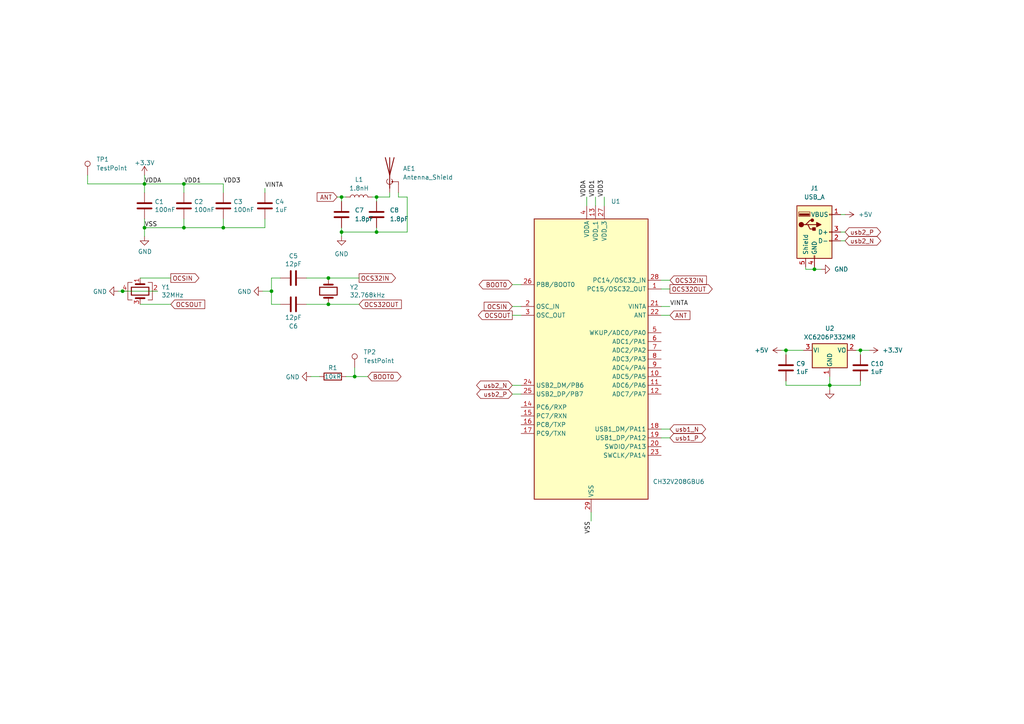
<source format=kicad_sch>
(kicad_sch (version 20230121) (generator eeschema)
  (paper "A4")
  (lib_symbols
    (symbol "+3.3V_1" (power) (pin_names (offset 0))
      (property "Value" "+3.3V_1" (at 0 3.556 0))
      (symbol "+3.3V_1_0_1"
        (polyline (pts (xy -0.762 1.27) (xy 0 2.54)))
        (polyline (pts (xy 0 0) (xy 0 2.54)))
        (polyline (pts (xy 0 2.54) (xy 0.762 1.27)))
      )
      (symbol "+3.3V_1_1_1"
        (pin power_in line (at 0 0 90) (length 0) hide (name "+3.3V") (number "1"))
      )
    )
    (symbol "+5V_5" (power) (pin_names (offset 0))
      (property "Value" "+5V_5" (at 0 3.556 0))
      (symbol "+5V_5_0_1"
        (polyline (pts (xy -0.762 1.27) (xy 0 2.54)))
        (polyline (pts (xy 0 0) (xy 0 2.54)))
        (polyline (pts (xy 0 2.54) (xy 0.762 1.27)))
      )
      (symbol "+5V_5_1_1"
        (pin power_in line (at 0 0 90) (length 0) hide (name "+5V") (number "1"))
      )
    )
    (symbol "+5V_6" (power) (pin_names (offset 0))
      (property "Value" "+5V_6" (at 0 3.556 0))
      (symbol "+5V_6_0_1"
        (polyline (pts (xy -0.762 1.27) (xy 0 2.54)))
        (polyline (pts (xy 0 0) (xy 0 2.54)))
        (polyline (pts (xy 0 2.54) (xy 0.762 1.27)))
      )
      (symbol "+5V_6_1_1"
        (pin power_in line (at 0 0 90) (length 0) hide (name "+5V") (number "1"))
      )
    )
    (symbol "Connector:TestPoint" (pin_numbers hide) (pin_names (offset 0.762) hide)
      (property "Reference" "TP" (at 0 6.858 0))
      (property "Value" "TestPoint" (at 0 5.08 0))
      (symbol "TestPoint_0_1"
        (circle (center 0 3.302) (radius 0.762))
      )
      (symbol "TestPoint_1_1"
        (pin passive line (at 0 0 90) (length 2.54) (name "1") (number "1"))
      )
    )
    (symbol "Connector:USB_A" (pin_names (offset 1.016))
      (property "Reference" "J" (at -5.08 11.43 0))
      (property "Value" "USB_A" (at -5.08 8.89 0))
      (symbol "USB_A_0_1"
        (rectangle (start -5.08 -7.62) (end 5.08 7.62) (stroke (width 0.254)) (fill (type background)))
        (circle (center -3.81 2.159) (radius 0.635) (stroke (width 0.254)) (fill (type outline)))
        (rectangle (start -1.524 4.826) (end -4.318 5.334) (fill (type outline)))
        (rectangle (start -1.27 4.572) (end -4.572 5.842))
        (circle (center -0.635 3.429) (radius 0.381) (stroke (width 0.254)) (fill (type outline)))
        (rectangle (start -0.127 -7.62) (end 0.127 -6.858))
        (polyline (pts (xy -3.175 2.159) (xy -2.54 2.159) (xy -1.27 3.429) (xy -0.635 3.429)) (stroke (width 0.254)))
        (polyline (pts (xy -2.54 2.159) (xy -1.905 2.159) (xy -1.27 0.889) (xy 0 0.889)) (stroke (width 0.254)))
        (polyline (pts (xy 0.635 2.794) (xy 0.635 1.524) (xy 1.905 2.159) (xy 0.635 2.794)) (stroke (width 0.254)) (fill (type outline)))
        (rectangle (start 0.254 1.27) (end -0.508 0.508) (stroke (width 0.254)) (fill (type outline)))
        (rectangle (start 5.08 -2.667) (end 4.318 -2.413))
        (rectangle (start 5.08 -0.127) (end 4.318 0.127))
        (rectangle (start 5.08 4.953) (end 4.318 5.207))
      )
      (symbol "USB_A_1_1"
        (polyline (pts (xy -1.905 2.159) (xy 0.635 2.159)) (stroke (width 0.254)))
        (pin power_in line (at 7.62 5.08 180) (length 2.54) (name "VBUS") (number "1"))
        (pin bidirectional line (at 7.62 -2.54 180) (length 2.54) (name "D-") (number "2"))
        (pin bidirectional line (at 7.62 0 180) (length 2.54) (name "D+") (number "3"))
        (pin power_in line (at 0 -10.16 90) (length 2.54) (name "GND") (number "4"))
        (pin passive line (at -2.54 -10.16 90) (length 2.54) (name "Shield") (number "5"))
      )
    )
    (symbol "Device:Antenna_Shield" (pin_numbers hide) (pin_names (offset 1.016) hide)
      (property "Reference" "AE" (at -1.905 4.445 0))
      (property "Value" "Antenna_Shield" (at -1.905 2.54 0))
      (symbol "Antenna_Shield_0_1"
        (arc (start -0.508 -1.143) (mid -0.8429 -2.1194) (end 0 -2.667))
        (arc (start 0 -2.667) (mid 0.7989 -2.1052) (end 0.508 -1.143))
        (polyline (pts (xy 0 -2.54) (xy 0 0)))
        (polyline (pts (xy 0 5.08) (xy 0 -3.81)) (stroke (width 0.254)))
        (polyline (pts (xy 0.762 -1.905) (xy 2.54 -1.905)))
        (polyline (pts (xy 2.54 -2.54) (xy 2.54 -1.905)))
        (polyline (pts (xy 1.27 5.08) (xy 0 0) (xy -1.27 5.08)) (stroke (width 0.254)))
        (circle (center 0.762 -1.905) (radius 0.1778) (fill (type outline)))
      )
      (symbol "Antenna_Shield_1_1"
        (pin input line (at 0 -5.08 90) (length 2.54) (name "A") (number "1"))
        (pin input line (at 2.54 -5.08 90) (length 2.54) (name "Shield") (number "2"))
      )
    )
    (symbol "Device:C" (pin_numbers hide) (pin_names (offset 0.254))
      (property "Reference" "C" (at 0.635 2.54 0))
      (property "Value" "C" (at 0.635 -2.54 0))
      (symbol "C_0_1"
        (polyline (pts (xy -2.032 -0.762) (xy 2.032 -0.762)) (stroke (width 0.508)))
        (polyline (pts (xy -2.032 0.762) (xy 2.032 0.762)) (stroke (width 0.508)))
      )
      (symbol "C_1_1"
        (pin passive line (at 0 3.81 270) (length 2.794) (name "~") (number "1"))
        (pin passive line (at 0 -3.81 90) (length 2.794) (name "~") (number "2"))
      )
    )
    (symbol "Device:Crystal" (pin_numbers hide) (pin_names (offset 1.016) hide)
      (property "Reference" "Y" (at 0 3.81 0))
      (property "Value" "Crystal" (at 0 -3.81 0))
      (symbol "Crystal_0_1"
        (rectangle (start -1.143 2.54) (end 1.143 -2.54) (stroke (width 0.3048)))
        (polyline (pts (xy -2.54 0) (xy -1.905 0)))
        (polyline (pts (xy -1.905 -1.27) (xy -1.905 1.27)) (stroke (width 0.508)))
        (polyline (pts (xy 1.905 -1.27) (xy 1.905 1.27)) (stroke (width 0.508)))
        (polyline (pts (xy 2.54 0) (xy 1.905 0)))
      )
      (symbol "Crystal_1_1"
        (pin passive line (at -3.81 0 0) (length 1.27) (name "1") (number "1"))
        (pin passive line (at 3.81 0 180) (length 1.27) (name "2") (number "2"))
      )
    )
    (symbol "Device:Crystal_GND24" (pin_names (offset 1.016) hide)
      (property "Reference" "Y" (at 3.175 5.08 0))
      (property "Value" "Crystal_GND24" (at 3.175 3.175 0))
      (symbol "Crystal_GND24_0_1"
        (rectangle (start -1.143 2.54) (end 1.143 -2.54) (stroke (width 0.3048)))
        (polyline (pts (xy -2.54 0) (xy -2.032 0)))
        (polyline (pts (xy -2.032 -1.27) (xy -2.032 1.27)) (stroke (width 0.508)))
        (polyline (pts (xy 0 -3.81) (xy 0 -3.556)))
        (polyline (pts (xy 0 3.556) (xy 0 3.81)))
        (polyline (pts (xy 2.032 -1.27) (xy 2.032 1.27)) (stroke (width 0.508)))
        (polyline (pts (xy 2.032 0) (xy 2.54 0)))
        (polyline (pts (xy -2.54 -2.286) (xy -2.54 -3.556) (xy 2.54 -3.556) (xy 2.54 -2.286)))
        (polyline (pts (xy -2.54 2.286) (xy -2.54 3.556) (xy 2.54 3.556) (xy 2.54 2.286)))
      )
      (symbol "Crystal_GND24_1_1"
        (pin passive line (at -3.81 0 0) (length 1.27) (name "1") (number "1"))
        (pin passive line (at 0 5.08 270) (length 1.27) (name "2") (number "2"))
        (pin passive line (at 3.81 0 180) (length 1.27) (name "3") (number "3"))
        (pin passive line (at 0 -5.08 90) (length 1.27) (name "4") (number "4"))
      )
    )
    (symbol "Device:L" (pin_numbers hide) (pin_names (offset 1.016) hide)
      (property "Reference" "L" (at -1.27 0 90))
      (property "Value" "L" (at 1.905 0 90))
      (symbol "L_0_1"
        (arc (start 0 -2.54) (mid 0.6323 -1.905) (end 0 -1.27))
        (arc (start 0 -1.27) (mid 0.6323 -0.635) (end 0 0))
        (arc (start 0 0) (mid 0.6323 0.635) (end 0 1.27))
        (arc (start 0 1.27) (mid 0.6323 1.905) (end 0 2.54))
      )
      (symbol "L_1_1"
        (pin passive line (at 0 3.81 270) (length 1.27) (name "1") (number "1"))
        (pin passive line (at 0 -3.81 90) (length 1.27) (name "2") (number "2"))
      )
    )
    (symbol "Device:R" (pin_numbers hide) (pin_names (offset 0))
      (property "Reference" "R" (at 2.032 0 90))
      (property "Value" "R" (at 0 0 90))
      (symbol "R_0_1"
        (rectangle (start -1.016 -2.54) (end 1.016 2.54) (stroke (width 0.254)))
      )
      (symbol "R_1_1"
        (pin passive line (at 0 3.81 270) (length 1.27) (name "~") (number "1"))
        (pin passive line (at 0 -3.81 90) (length 1.27) (name "~") (number "2"))
      )
    )
    (symbol "GND_1" (power) (pin_names (offset 0))
      (property "Value" "GND_1" (at 0 -3.81 0))
      (symbol "GND_1_0_1"
        (polyline (pts (xy 0 0) (xy 0 -1.27) (xy 1.27 -1.27) (xy 0 -2.54) (xy -1.27 -1.27) (xy 0 -1.27)))
      )
      (symbol "GND_1_1_1"
        (pin power_in line (at 0 0 270) (length 0) hide (name "GND") (number "1"))
      )
    )
    (symbol "Regulator_Linear:XC6206PxxxMR" (pin_names (offset 0.254))
      (property "Reference" "U" (at -3.81 3.175 0))
      (property "Value" "XC6206PxxxMR" (at 0 3.175 0))
      (symbol "XC6206PxxxMR_0_1"
        (rectangle (start -5.08 1.905) (end 5.08 -5.08) (stroke (width 0.254)) (fill (type background)))
      )
      (symbol "XC6206PxxxMR_1_1"
        (pin power_in line (at 0 -7.62 90) (length 2.54) (name "GND") (number "1"))
        (pin power_out line (at 7.62 0 180) (length 2.54) (name "VO") (number "2"))
        (pin power_in line (at -7.62 0 0) (length 2.54) (name "VI") (number "3"))
      )
    )
    (symbol "chulaine:CH32V208GBU6"
      (property "Reference" "U" (at 24.13 -36.83 0))
      (property "Value" "CH32V208GBU6" (at 25.4 -33.02 0))
      (symbol "CH32V208GBU6_0_1"
        (rectangle (start -16.51 43.18) (end 16.51 -38.1) (stroke (width 0.254)) (fill (type background)))
      )
      (symbol "CH32V208GBU6_1_1"
        (pin bidirectional line (at 20.32 22.86 180) (length 3.81) (name "PC15/OSC32_OUT") (number "1"))
        (pin bidirectional line (at 20.32 -2.54 180) (length 3.81) (name "ADC5/PA5") (number "10"))
        (pin bidirectional line (at 20.32 -5.08 180) (length 3.81) (name "ADC6/PA6") (number "11"))
        (pin bidirectional line (at 20.32 -7.62 180) (length 3.81) (name "ADC7/PA7") (number "12"))
        (pin power_in line (at 1.27 46.99 270) (length 3.81) (name "VDD_1") (number "13"))
        (pin bidirectional line (at -20.32 -11.43 0) (length 3.81) (name "PC6/RXP") (number "14"))
        (pin bidirectional line (at -20.32 -13.97 0) (length 3.81) (name "PC7/RXN") (number "15"))
        (pin bidirectional line (at -20.32 -16.51 0) (length 3.81) (name "PC8/TXP") (number "16"))
        (pin bidirectional line (at -20.32 -19.05 0) (length 3.81) (name "PC9/TXN") (number "17"))
        (pin bidirectional line (at 20.32 -17.78 180) (length 3.81) (name "USB1_DM/PA11") (number "18"))
        (pin bidirectional line (at 20.32 -20.32 180) (length 3.81) (name "USB1_DP/PA12") (number "19"))
        (pin bidirectional line (at -20.32 17.78 0) (length 3.81) (name "OSC_IN") (number "2"))
        (pin bidirectional line (at 20.32 -22.86 180) (length 3.81) (name "SWDIO/PA13") (number "20"))
        (pin bidirectional line (at 20.32 17.78 180) (length 3.81) (name "VINTA") (number "21"))
        (pin bidirectional line (at 20.32 15.24 180) (length 3.81) (name "ANT") (number "22"))
        (pin bidirectional line (at 20.32 -25.4 180) (length 3.81) (name "SWCLK/PA14") (number "23"))
        (pin bidirectional line (at -20.32 -5.08 0) (length 3.81) (name "USB2_DM/PB6") (number "24"))
        (pin bidirectional line (at -20.32 -7.62 0) (length 3.81) (name "USB2_DP/PB7") (number "25"))
        (pin bidirectional line (at -20.32 24.13 0) (length 3.81) (name "PB8/BOOT0") (number "26"))
        (pin power_in line (at 3.81 46.99 270) (length 3.81) (name "VDD_3") (number "27"))
        (pin bidirectional line (at 20.32 25.4 180) (length 3.81) (name "PC14/OSC32_IN") (number "28"))
        (pin power_in line (at 0 -41.91 90) (length 3.81) (name "VSS") (number "29"))
        (pin bidirectional line (at -20.32 15.24 0) (length 3.81) (name "OSC_OUT") (number "3"))
        (pin power_in line (at -1.27 46.99 270) (length 3.81) (name "VDDA") (number "4"))
        (pin bidirectional line (at 20.32 10.16 180) (length 3.81) (name "WKUP/ADC0/PA0") (number "5"))
        (pin bidirectional line (at 20.32 7.62 180) (length 3.81) (name "ADC1/PA1") (number "6"))
        (pin bidirectional line (at 20.32 5.08 180) (length 3.81) (name "ADC2/PA2") (number "7"))
        (pin bidirectional line (at 20.32 2.54 180) (length 3.81) (name "ADC3/PA3") (number "8"))
        (pin bidirectional line (at 20.32 0 180) (length 3.81) (name "ADC4/PA4") (number "9"))
      )
    )
    (symbol "power:+3.3V" (power) (pin_names (offset 0))
      (property "Value" "+3.3V" (at 0 3.556 0))
      (symbol "+3.3V_0_1"
        (polyline (pts (xy -0.762 1.27) (xy 0 2.54)))
        (polyline (pts (xy 0 0) (xy 0 2.54)))
        (polyline (pts (xy 0 2.54) (xy 0.762 1.27)))
      )
      (symbol "+3.3V_1_1"
        (pin power_in line (at 0 0 90) (length 0) hide (name "+3.3V") (number "1"))
      )
    )
    (symbol "power:GND" (power) (pin_names (offset 0))
      (property "Value" "GND" (at 0 -3.81 0))
      (symbol "GND_0_1"
        (polyline (pts (xy 0 0) (xy 0 -1.27) (xy 1.27 -1.27) (xy 0 -2.54) (xy -1.27 -1.27) (xy 0 -1.27)))
      )
      (symbol "GND_1_1"
        (pin power_in line (at 0 0 270) (length 0) hide (name "GND") (number "1"))
      )
    )
  )
  (junction (at 95.25 88.265) (diameter 0.9144))
  (junction (at 99.06 57.15))
  (junction (at 53.34 66.04))
  (junction (at 109.22 67.31))
  (junction (at 41.91 66.04))
  (junction (at 78.74 84.455) (diameter 0.9144))
  (junction (at 64.77 66.04))
  (junction (at 99.06 67.31))
  (junction (at 249.555 101.6))
  (junction (at 53.34 53.34))
  (junction (at 236.22 78.105))
  (junction (at 227.965 101.6))
  (junction (at 95.25 80.645) (diameter 0.9144))
  (junction (at 102.87 109.22))
  (junction (at 240.665 111.76))
  (junction (at 109.22 57.15))
  (junction (at 41.91 53.34))
  (junction (at 35.56 84.455))
  (wire (pts (xy 99.06 66.04) (xy 99.06 67.31)))
  (wire (pts (xy 151.13 111.76) (xy 148.59 111.76)))
  (wire (pts (xy 109.22 67.31) (xy 118.11 67.31)))
  (wire (pts (xy 240.665 109.22) (xy 240.665 111.76)))
  (wire (pts (xy 109.22 57.15) (xy 109.22 58.42)))
  (wire (pts (xy 170.18 57.15) (xy 170.18 59.69)))
  (wire (pts (xy 99.06 68.58) (xy 99.06 67.31)))
  (wire (pts (xy 191.77 88.9) (xy 194.31 88.9)))
  (wire (pts (xy 226.695 101.6) (xy 227.965 101.6)))
  (wire (pts (xy 191.77 124.46) (xy 194.31 124.46)))
  (wire (pts (xy 76.835 66.04) (xy 64.77 66.04)))
  (wire (pts (xy 99.06 57.15) (xy 99.06 58.42)))
  (wire (pts (xy 113.03 57.15) (xy 109.22 57.15)))
  (wire (pts (xy 92.71 109.22) (xy 90.17 109.22)))
  (wire (pts (xy 243.84 62.23) (xy 245.11 62.23)))
  (wire (pts (xy 88.9 88.265) (xy 95.25 88.265)))
  (wire (pts (xy 240.665 111.76) (xy 249.555 111.76)))
  (wire (pts (xy 41.91 53.34) (xy 41.91 55.88)))
  (wire (pts (xy 53.34 63.5) (xy 53.34 66.04)))
  (wire (pts (xy 236.22 77.47) (xy 236.22 78.105)))
  (wire (pts (xy 227.965 111.76) (xy 240.665 111.76)))
  (wire (pts (xy 102.87 109.22) (xy 106.68 109.22)))
  (wire (pts (xy 53.34 53.34) (xy 64.77 53.34)))
  (wire (pts (xy 115.57 55.88) (xy 115.57 57.15)))
  (wire (pts (xy 172.72 57.15) (xy 172.72 59.69)))
  (wire (pts (xy 35.56 84.455) (xy 45.72 84.455)))
  (wire (pts (xy 175.26 57.15) (xy 175.26 59.69)))
  (wire (pts (xy 88.9 80.645) (xy 95.25 80.645)))
  (wire (pts (xy 34.29 84.455) (xy 35.56 84.455)))
  (wire (pts (xy 243.84 67.31) (xy 245.11 67.31)))
  (wire (pts (xy 41.91 66.04) (xy 53.34 66.04)))
  (wire (pts (xy 41.91 50.8) (xy 41.91 53.34)))
  (wire (pts (xy 40.64 88.265) (xy 49.53 88.265)))
  (wire (pts (xy 64.77 63.5) (xy 64.77 66.04)))
  (wire (pts (xy 113.03 55.88) (xy 113.03 57.15)))
  (wire (pts (xy 243.84 69.85) (xy 245.11 69.85)))
  (wire (pts (xy 191.77 81.28) (xy 194.31 81.28)))
  (wire (pts (xy 227.965 110.49) (xy 227.965 111.76)))
  (wire (pts (xy 107.95 57.15) (xy 109.22 57.15)))
  (wire (pts (xy 109.22 67.31) (xy 109.22 66.04)))
  (wire (pts (xy 148.59 82.55) (xy 151.13 82.55)))
  (wire (pts (xy 41.91 63.5) (xy 41.91 66.04)))
  (wire (pts (xy 78.74 84.455) (xy 78.74 88.265)))
  (wire (pts (xy 249.555 102.87) (xy 249.555 101.6)))
  (wire (pts (xy 191.77 127) (xy 194.31 127)))
  (wire (pts (xy 25.4 50.8) (xy 25.4 53.34)))
  (wire (pts (xy 76.835 63.5) (xy 76.835 66.04)))
  (wire (pts (xy 97.79 57.15) (xy 99.06 57.15)))
  (wire (pts (xy 78.74 84.455) (xy 76.2 84.455)))
  (wire (pts (xy 227.965 101.6) (xy 233.045 101.6)))
  (wire (pts (xy 81.28 88.265) (xy 78.74 88.265)))
  (wire (pts (xy 41.91 66.04) (xy 41.91 68.58)))
  (wire (pts (xy 41.91 53.34) (xy 53.34 53.34)))
  (wire (pts (xy 115.57 57.15) (xy 118.11 57.15)))
  (wire (pts (xy 102.87 106.68) (xy 102.87 109.22)))
  (wire (pts (xy 100.33 57.15) (xy 99.06 57.15)))
  (wire (pts (xy 249.555 101.6) (xy 252.095 101.6)))
  (wire (pts (xy 76.835 54.61) (xy 76.835 55.88)))
  (wire (pts (xy 233.68 77.47) (xy 233.68 78.105)))
  (wire (pts (xy 148.59 91.44) (xy 151.13 91.44)))
  (wire (pts (xy 233.68 78.105) (xy 236.22 78.105)))
  (wire (pts (xy 81.28 80.645) (xy 78.74 80.645)))
  (wire (pts (xy 40.64 80.645) (xy 49.53 80.645)))
  (wire (pts (xy 191.77 91.44) (xy 194.31 91.44)))
  (wire (pts (xy 78.74 80.645) (xy 78.74 84.455)))
  (wire (pts (xy 171.45 148.59) (xy 171.45 151.13)))
  (wire (pts (xy 118.11 57.15) (xy 118.11 67.31)))
  (wire (pts (xy 236.22 78.105) (xy 238.125 78.105)))
  (wire (pts (xy 53.34 53.34) (xy 53.34 55.88)))
  (wire (pts (xy 194.31 83.82) (xy 191.77 83.82)))
  (wire (pts (xy 53.34 66.04) (xy 64.77 66.04)))
  (wire (pts (xy 25.4 53.34) (xy 41.91 53.34)))
  (wire (pts (xy 227.965 101.6) (xy 227.965 102.87)))
  (wire (pts (xy 95.25 80.645) (xy 104.14 80.645)))
  (wire (pts (xy 64.77 53.34) (xy 64.77 55.88)))
  (wire (pts (xy 240.665 111.76) (xy 240.665 113.03)))
  (wire (pts (xy 249.555 110.49) (xy 249.555 111.76)))
  (wire (pts (xy 148.59 114.3) (xy 151.13 114.3)))
  (wire (pts (xy 248.285 101.6) (xy 249.555 101.6)))
  (wire (pts (xy 100.33 109.22) (xy 102.87 109.22)))
  (wire (pts (xy 151.13 88.9) (xy 148.59 88.9)))
  (wire (pts (xy 99.06 67.31) (xy 109.22 67.31)))
  (wire (pts (xy 95.25 88.265) (xy 104.14 88.265)))
  (label "VSS" (at 171.45 151.13 270))
  (label "VDD1" (at 172.72 57.15 90))
  (label "VDD3" (at 64.77 53.34 0))
  (label "VINTA" (at 194.31 88.9 0))
  (label "VSS" (at 41.91 66.04 0))
  (label "VDD1" (at 53.34 53.34 0))
  (label "VDDA" (at 170.18 57.15 90))
  (label "VDDA" (at 41.91 53.34 0))
  (label "VINTA" (at 76.835 54.61 0))
  (label "VDD3" (at 175.26 57.15 90))
  (global_label "usb1_P" (shape bidirectional) (at 194.31 127 0) (property "Intersheetrefs" "${INTERSHEET_REFS}" (effects hide)))
  (global_label "usb2_P" (shape bidirectional) (at 245.11 67.31 0) (property "Intersheetrefs" "${INTERSHEET_REFS}" (effects hide)))
  (global_label "OCSOUT" (shape output) (at 148.59 91.44 180) (property "Intersheetrefs" "${INTERSHEET_REFS}" (effects hide)))
  (global_label "usb2_P" (shape bidirectional) (at 148.59 114.3 180) (property "Intersheetrefs" "${INTERSHEET_REFS}" (effects hide)))
  (global_label "OCS32IN" (shape output) (at 104.14 80.645 0) (property "Intersheetrefs" "${INTERSHEET_REFS}" (effects hide)))
  (global_label "BOOT0" (shape bidirectional) (at 148.59 82.55 180) (property "Intersheetrefs" "${INTERSHEET_REFS}" (effects hide)))
  (global_label "usb2_N" (shape bidirectional) (at 148.59 111.76 180) (property "Intersheetrefs" "${INTERSHEET_REFS}" (effects hide)))
  (global_label "OCSOUT" (shape input) (at 49.53 88.265 0) (property "Intersheetrefs" "${INTERSHEET_REFS}" (effects hide)))
  (global_label "ANT" (shape input) (at 194.31 91.44 0) (property "Intersheetrefs" "${INTERSHEET_REFS}" (effects hide)))
  (global_label "usb2_N" (shape bidirectional) (at 245.11 69.85 0) (property "Intersheetrefs" "${INTERSHEET_REFS}" (effects hide)))
  (global_label "BOOT0" (shape bidirectional) (at 106.68 109.22 0) (property "Intersheetrefs" "${INTERSHEET_REFS}" (effects hide)))
  (global_label "ANT" (shape input) (at 97.79 57.15 180) (property "Intersheetrefs" "${INTERSHEET_REFS}" (effects hide)))
  (global_label "OCSIN" (shape output) (at 49.53 80.645 0) (property "Intersheetrefs" "${INTERSHEET_REFS}" (effects hide)))
  (global_label "OCSIN" (shape input) (at 148.59 88.9 180) (property "Intersheetrefs" "${INTERSHEET_REFS}" (effects hide)))
  (global_label "OCS32OUT" (shape output) (at 194.31 83.82 0) (property "Intersheetrefs" "${INTERSHEET_REFS}" (effects hide)))
  (global_label "OCS32OUT" (shape input) (at 104.14 88.265 0) (property "Intersheetrefs" "${INTERSHEET_REFS}" (effects hide)))
  (global_label "OCS32IN" (shape input) (at 194.31 81.28 0) (property "Intersheetrefs" "${INTERSHEET_REFS}" (effects hide)))
  (global_label "usb1_N" (shape bidirectional) (at 194.31 124.46 0) (property "Intersheetrefs" "${INTERSHEET_REFS}" (effects hide)))
  (symbol (lib_id "power:GND") (at 34.29 84.455 270) (unit 1)
    (property "Reference" "#PWR01" (effects hide))
    (property "Value" "GND" (at 31.0388 84.582 90) (effects (justify right)))
  )
  (symbol (lib_id "power:GND") (at 90.17 109.22 270) (unit 1)
    (property "Reference" "#PWR06" (effects hide))
    (property "Value" "GND" (at 86.9188 109.347 90) (effects (justify right)))
  )
  (symbol (lib_id "Device:R") (at 96.52 109.22 270) (unit 1)
    (property "Reference" "R1" (at 96.52 106.68 90))
    (property "Value" "10kR" (at 96.52 109.22 90))
    (property "Footprint" "Resistor_SMD:R_0402_1005Metric" (effects hide))
  )
  (symbol (lib_id "power:GND") (at 41.91 68.58 0) (unit 1)
    (property "Reference" "#PWR03" (effects hide))
    (property "Value" "GND" (at 42.037 72.9742 0))
  )
  (symbol (lib_id "Device:Crystal_GND24") (at 40.64 84.455 270) (unit 1)
    (property "Reference" "Y1" (at 46.8376 83.2866 90) (effects (justify left)))
    (property "Value" "32MHz" (at 46.8376 85.598 90) (effects (justify left)))
    (property "Footprint" "chulaine:Crystal_SMD_2016-4Pin_2.0x1.6mm" (effects hide))
  )
  (symbol (lib_id "Device:C") (at 53.34 59.69 0) (unit 1)
    (property "Reference" "C2" (at 56.261 58.5216 0) (effects (justify left)))
    (property "Value" "100nF" (at 56.261 60.833 0) (effects (justify left)))
    (property "Footprint" "Capacitor_SMD:C_0402_1005Metric" (effects hide))
  )
  (symbol (lib_id "Device:C") (at 64.77 59.69 0) (unit 1)
    (property "Reference" "C3" (at 67.691 58.5216 0) (effects (justify left)))
    (property "Value" "100nF" (at 67.691 60.833 0) (effects (justify left)))
    (property "Footprint" "Capacitor_SMD:C_0402_1005Metric" (effects hide))
  )
  (symbol (lib_id "Device:C") (at 41.91 59.69 0) (unit 1)
    (property "Reference" "C1" (at 44.831 58.5216 0) (effects (justify left)))
    (property "Value" "100nF" (at 44.831 60.833 0) (effects (justify left)))
    (property "Footprint" "Capacitor_SMD:C_0402_1005Metric" (effects hide))
  )
  (symbol (lib_id "power:+3.3V") (at 41.91 50.8 0) (unit 1)
    (property "Reference" "#PWR02" (effects hide))
    (property "Value" "+3.3V" (at 41.91 47.244 0))
  )
  (symbol (lib_id "Device:C") (at 249.555 106.68 0) (unit 1)
    (property "Reference" "C10" (at 252.476 105.5116 0) (effects (justify left)))
    (property "Value" "1uF" (at 252.476 107.823 0) (effects (justify left)))
    (property "Footprint" "Capacitor_SMD:C_0402_1005Metric" (effects hide))
  )
  (symbol (lib_id "Device:C") (at 85.09 88.265 270) (unit 1)
    (property "Reference" "C6" (at 85.09 94.615 90))
    (property "Value" "12pF" (at 85.09 92.075 90))
    (property "Footprint" "Capacitor_SMD:C_0402_1005Metric" (effects hide))
  )
  (symbol (lib_id "Device:Antenna_Shield") (at 113.03 50.8 0) (unit 1)
    (property "Reference" "AE1" (at 116.84 48.895 0) (effects (justify left)))
    (property "Value" "Antenna_Shield" (at 116.84 51.435 0) (effects (justify left)))
    (property "Footprint" "chulaine:ANT-F-1-2.4G-0.8MM-FR4-WCH_Left_Mask" (effects hide))
  )
  (symbol (lib_id "Regulator_Linear:XC6206PxxxMR") (at 240.665 101.6 0) (unit 1)
    (property "Reference" "U2" (at 240.665 95.25 0))
    (property "Value" "XC6206P332MR" (at 240.665 97.79 0))
    (property "Footprint" "Package_TO_SOT_SMD:SOT-23" (effects hide))
    (property "Datasheet" "https://www.torexsemi.com/file/xc6206/XC6206.pdf" (effects hide))
  )
  (symbol (lib_id "Device:C") (at 76.835 59.69 0) (unit 1)
    (property "Reference" "C4" (at 79.756 58.5216 0) (effects (justify left)))
    (property "Value" "1uF" (at 79.756 60.833 0) (effects (justify left)))
    (property "Footprint" "Capacitor_SMD:C_0402_1005Metric" (effects hide))
  )
  (symbol (lib_id "power:GND") (at 238.125 78.105 90) (unit 1)
    (property "Reference" "#PWR012" (effects hide))
    (property "Value" "GND" (at 241.935 78.1049 90) (effects (justify right)))
  )
  (symbol (lib_id "power:GND") (at 76.2 84.455 270) (unit 1)
    (property "Reference" "#PWR04" (effects hide))
    (property "Value" "GND" (at 72.9488 84.582 90) (effects (justify right)))
  )
  (symbol (lib_id "chulaine:CH32V208GBU6") (at 171.45 106.68 0) (unit 1)
    (property "Reference" "U1" (at 177.2159 58.42 0) (effects (justify left)))
    (property "Value" "CH32V208GBU6" (at 196.85 139.7 0))
    (property "Footprint" "Package_DFN_QFN:QFN-28-1EP_4x4mm_P0.4mm_EP2.6x2.6mm" (effects hide))
    (property "Datasheet" "http://www.wch-ic.com/downloads/CH32V20x_30xDS0_PDF.html" (effects hide))
  )
  (symbol (lib_name "GND_1") (lib_id "power:GND") (at 99.06 68.58 0) (unit 1)
    (property "Reference" "#PWR07" (effects hide))
    (property "Value" "GND" (at 99.06 73.66 0))
  )
  (symbol (lib_id "Device:Crystal") (at 95.25 84.455 270) (unit 1)
    (property "Reference" "Y2" (at 101.4476 83.2866 90) (effects (justify left)))
    (property "Value" "32.768kHz" (at 101.4476 85.598 90) (effects (justify left)))
    (property "Footprint" "chulaine:Crystal_SMD_2012-2Pin_2.0x1.2mm" (effects hide))
  )
  (symbol (lib_id "power:GND") (at 240.665 113.03 0) (unit 1)
    (property "Reference" "#PWR011" (effects hide))
    (property "Value" "GND" (effects hide))
  )
  (symbol (lib_name "+5V_6") (lib_id "power:+5V") (at 245.11 62.23 270) (unit 1)
    (property "Reference" "#PWR014" (effects hide))
    (property "Value" "+5V" (at 248.92 62.23 90) (effects (justify left)))
  )
  (symbol (lib_id "Device:C") (at 227.965 106.68 0) (unit 1)
    (property "Reference" "C9" (at 230.886 105.5116 0) (effects (justify left)))
    (property "Value" "1uF" (at 230.886 107.823 0) (effects (justify left)))
    (property "Footprint" "Capacitor_SMD:C_0402_1005Metric" (effects hide))
  )
  (symbol (lib_name "+5V_5") (lib_id "power:+5V") (at 226.695 101.6 90) (unit 1)
    (property "Reference" "#PWR010" (effects hide))
    (property "Value" "+5V" (at 222.885 101.6 90) (effects (justify left)))
  )
  (symbol (lib_name "+3.3V_1") (lib_id "power:+3.3V") (at 252.095 101.6 270) (unit 1)
    (property "Reference" "#PWR013" (effects hide))
    (property "Value" "+3.3V" (at 255.905 101.6 90) (effects (justify left)))
  )
  (symbol (lib_id "Device:L") (at 104.14 57.15 90) (unit 1)
    (property "Reference" "L1" (at 104.14 52.07 90))
    (property "Value" "1.8nH" (at 104.14 54.61 90))
    (property "Footprint" "Inductor_SMD:L_0402_1005Metric" (effects hide))
  )
  (symbol (lib_id "Device:C") (at 109.22 62.23 0) (unit 1)
    (property "Reference" "C8" (at 113.03 60.96 0) (effects (justify left)))
    (property "Value" "1.8pF" (at 113.03 63.5 0) (effects (justify left)))
    (property "Footprint" "Capacitor_SMD:C_0402_1005Metric" (effects hide))
  )
  (symbol (lib_id "Connector:TestPoint") (at 102.87 106.68 0) (unit 1)
    (property "Reference" "TP2" (at 105.41 102.108 0) (effects (justify left)))
    (property "Value" "TestPoint" (at 105.41 104.648 0) (effects (justify left)))
    (property "Footprint" "TestPoint:TestPoint_Pad_D1.0mm" (effects hide))
  )
  (symbol (lib_id "Device:C") (at 99.06 62.23 0) (unit 1)
    (property "Reference" "C7" (at 102.87 60.96 0) (effects (justify left)))
    (property "Value" "1.8pF" (at 102.87 63.5 0) (effects (justify left)))
    (property "Footprint" "Capacitor_SMD:C_0402_1005Metric" (effects hide))
  )
  (symbol (lib_id "Connector:TestPoint") (at 25.4 50.8 0) (unit 1)
    (property "Reference" "TP1" (at 27.94 46.228 0) (effects (justify left)))
    (property "Value" "TestPoint" (at 27.94 48.768 0) (effects (justify left)))
    (property "Footprint" "TestPoint:TestPoint_Pad_D1.0mm" (effects hide))
  )
  (symbol (lib_id "Device:C") (at 85.09 80.645 270) (unit 1)
    (property "Reference" "C5" (at 85.09 74.2442 90))
    (property "Value" "12pF" (at 85.09 76.5556 90))
    (property "Footprint" "Capacitor_SMD:C_0402_1005Metric" (effects hide))
  )
  (symbol (lib_id "Connector:USB_A") (at 236.22 67.31 0) (unit 1)
    (property "Reference" "J1" (at 236.22 54.61 0))
    (property "Value" "USB_A" (at 236.22 57.15 0))
    (property "Footprint" "chulaine:USBAM-4P" (effects hide))
    (property "Datasheet" " ~" (effects hide))
  )
)
</source>
